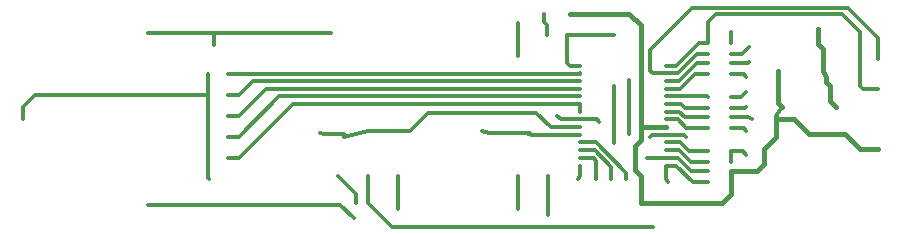
<source format=gbr>
G04 EAGLE Gerber RS-274X export*
G75*
%MOMM*%
%FSLAX34Y34*%
%LPD*%
%INTop Copper*%
%IPPOS*%
%AMOC8*
5,1,8,0,0,1.08239X$1,22.5*%
G01*
%ADD10C,0.406400*%
%ADD11C,0.304800*%


D10*
X701040Y127000D02*
X697620Y130420D01*
X701040Y127000D02*
X701040Y113980D01*
X706060Y108960D01*
X695080Y139700D02*
X695080Y158360D01*
X690880Y162560D01*
X690880Y175260D01*
X697620Y134620D02*
X697620Y130420D01*
X697620Y134620D02*
X695080Y139700D01*
D11*
X550170Y85350D02*
X548640Y83820D01*
X577590Y85350D02*
X579120Y83820D01*
X562030Y85350D02*
X550170Y85350D01*
X562030Y85350D02*
X577590Y85350D01*
X503630Y98350D02*
X489530Y98350D01*
X503630Y98350D02*
X505460Y96520D01*
X489530Y98350D02*
X473150Y98350D01*
X469900Y101600D01*
D10*
X616810Y54420D02*
X616810Y45470D01*
X656980Y112440D02*
X656980Y139700D01*
X656980Y112440D02*
X660460Y108960D01*
X655380Y101600D02*
X655380Y83880D01*
D11*
X655380Y101600D02*
X660460Y108960D01*
D10*
X655380Y83880D02*
X645160Y73660D01*
X645160Y60960D01*
X638620Y54420D02*
X616810Y54420D01*
X638620Y54420D02*
X645160Y60960D01*
X609600Y27940D02*
X540780Y27940D01*
X616810Y35150D02*
X616810Y45470D01*
X616810Y35150D02*
X609600Y27940D01*
X726440Y73660D02*
X741680Y73660D01*
X726440Y73660D02*
X713740Y86360D01*
X683260Y86360D01*
X670560Y99060D01*
X657920Y99060D01*
D11*
X655380Y101600D01*
D10*
X540780Y88900D02*
X540780Y178040D01*
X541190Y91850D02*
X562030Y91850D01*
X541190Y91850D02*
X540780Y88900D01*
X540780Y81040D01*
X535940Y76200D01*
X535940Y55880D01*
X541020Y50800D01*
X541020Y28180D01*
X540780Y27940D01*
X530860Y187960D02*
X480900Y187960D01*
X530860Y187960D02*
X540780Y178040D01*
D11*
X489340Y137160D02*
X191380Y137160D01*
X489340Y137160D02*
X489530Y137350D01*
X489530Y111350D02*
X489530Y104850D01*
X489530Y111350D02*
X245970Y111350D01*
X200660Y66040D01*
X191380Y66040D01*
X616810Y62420D02*
X616810Y71370D01*
X174380Y119380D02*
X174380Y137160D01*
X174380Y119380D02*
X174380Y101600D01*
X174380Y83820D01*
X174380Y66040D01*
X616810Y71370D02*
X627130Y71370D01*
X629920Y68580D01*
X175260Y48260D02*
X174380Y49140D01*
X174380Y66040D01*
X17780Y99060D02*
X17780Y109220D01*
X27940Y119380D01*
X174380Y119380D01*
X212130Y130850D02*
X489530Y130850D01*
X212130Y130850D02*
X200660Y119380D01*
X191380Y119380D01*
X223410Y124350D02*
X489530Y124350D01*
X223410Y124350D02*
X200660Y101600D01*
X191380Y101600D01*
X234690Y117850D02*
X489530Y117850D01*
X234690Y117850D02*
X200660Y83820D01*
X191380Y83820D01*
X562030Y78850D02*
X573930Y78850D01*
X581410Y71370D02*
X597310Y71370D01*
X581410Y71370D02*
X573930Y78850D01*
X572810Y72350D02*
X562030Y72350D01*
X582740Y62420D02*
X597310Y62420D01*
X582740Y62420D02*
X572810Y72350D01*
X489530Y91850D02*
X464410Y91850D01*
X452120Y104140D01*
X360680Y104140D01*
X345440Y88900D01*
X309880Y88900D01*
X289560Y83820D01*
X289560Y86360D01*
X272660Y86360D01*
X269240Y87240D01*
X448050Y85350D02*
X489530Y85350D01*
X448050Y85350D02*
X447040Y86360D01*
X445380Y86360D01*
X447040Y87240D01*
X412360Y87240D01*
X406400Y88900D01*
X616810Y91190D02*
X627630Y91190D01*
X629920Y88900D01*
X631380Y100140D02*
X616810Y100140D01*
X631380Y100140D02*
X635000Y99060D01*
X628840Y108140D02*
X616810Y108140D01*
X628840Y108140D02*
X629920Y109220D01*
X625090Y117090D02*
X616810Y117090D01*
X625090Y117090D02*
X629920Y121920D01*
X518160Y127000D02*
X518160Y78740D01*
X478400Y146440D02*
X478400Y170180D01*
X480990Y143850D02*
X489530Y143850D01*
X480990Y143850D02*
X478400Y146440D01*
X478400Y170180D02*
X518160Y170180D01*
X562030Y143850D02*
X570570Y143850D01*
X589530Y162810D02*
X597310Y162810D01*
X589530Y162810D02*
X570570Y143850D01*
X597310Y162810D02*
X597310Y180750D01*
X604520Y187960D01*
X711200Y187960D01*
X726440Y172720D01*
X726440Y127000D01*
X728980Y124460D01*
X741680Y124460D01*
X571690Y137350D02*
X562030Y137350D01*
X588200Y153860D02*
X597310Y153860D01*
X588200Y153860D02*
X571690Y137350D01*
X741680Y149860D02*
X741680Y167640D01*
X716280Y193040D01*
X584200Y193040D01*
X548640Y157480D01*
X550990Y137350D02*
X562030Y137350D01*
X550990Y137350D02*
X548640Y139700D01*
X548640Y157480D01*
X562030Y98350D02*
X572210Y98350D01*
X597150Y91190D02*
X597310Y91190D01*
X597150Y91190D02*
X596900Y91440D01*
X579120Y91440D01*
X572210Y98350D01*
X573330Y104850D02*
X562030Y104850D01*
X578040Y100140D02*
X597310Y100140D01*
X578040Y100140D02*
X573330Y104850D01*
X574450Y111350D02*
X562030Y111350D01*
X577660Y108140D02*
X597310Y108140D01*
X577660Y108140D02*
X574450Y111350D01*
X562030Y117850D02*
X596550Y117850D01*
X597310Y117090D01*
X616810Y136910D02*
X627630Y136910D01*
X629920Y134620D01*
X530860Y132080D02*
X530860Y86360D01*
X616810Y145860D02*
X631000Y145860D01*
X632460Y147320D01*
X626300Y153860D02*
X616810Y153860D01*
X626300Y153860D02*
X632460Y160020D01*
X436880Y152400D02*
X436880Y180340D01*
X309880Y50800D02*
X309880Y27940D01*
X330200Y7620D01*
X551180Y7620D01*
X617220Y163220D02*
X617220Y172720D01*
X617220Y163220D02*
X616810Y162810D01*
X572810Y130850D02*
X562030Y130850D01*
X587820Y145860D02*
X597310Y145860D01*
X587820Y145860D02*
X572810Y130850D01*
X573930Y124350D02*
X562030Y124350D01*
X586490Y136910D02*
X597310Y136910D01*
X586490Y136910D02*
X573930Y124350D01*
X461400Y170180D02*
X461400Y178680D01*
X458900Y181180D02*
X458900Y187960D01*
X458900Y181180D02*
X461400Y178680D01*
X489530Y78850D02*
X502810Y78850D01*
X528320Y53340D01*
X528320Y48260D01*
X462280Y50800D02*
X462280Y17780D01*
X489530Y72350D02*
X501690Y72350D01*
X515620Y58420D01*
X515620Y48260D01*
X436880Y50800D02*
X436880Y22860D01*
X489530Y65850D02*
X500570Y65850D01*
X502920Y63500D01*
X502920Y48260D01*
X335280Y50800D02*
X335280Y22860D01*
X489530Y50110D02*
X489530Y59350D01*
X489530Y50110D02*
X487680Y48260D01*
X299720Y35560D02*
X299720Y27940D01*
X299720Y35560D02*
X284480Y50800D01*
X562030Y59350D02*
X570570Y59350D01*
X584450Y45470D02*
X597310Y45470D01*
X584450Y45470D02*
X570570Y59350D01*
X562030Y59350D02*
X562030Y47570D01*
X563880Y45720D01*
X166320Y26240D02*
X123240Y26240D01*
X166320Y26240D02*
X179120Y26240D01*
X222200Y26240D01*
X235000Y26240D01*
X278080Y26240D01*
X286180Y26240D02*
X297610Y14810D01*
X286180Y26240D02*
X278080Y26240D01*
X562030Y65850D02*
X571690Y65850D01*
X583120Y54420D02*
X597310Y54420D01*
X583120Y54420D02*
X571690Y65850D01*
X548830Y65850D02*
X546100Y66040D01*
X548830Y65850D02*
X562030Y65850D01*
X166320Y171880D02*
X123240Y171880D01*
X166320Y171880D02*
X179120Y171880D01*
X222200Y171880D01*
X235000Y171880D01*
X278080Y171880D01*
X179120Y171880D02*
X179120Y161240D01*
M02*

</source>
